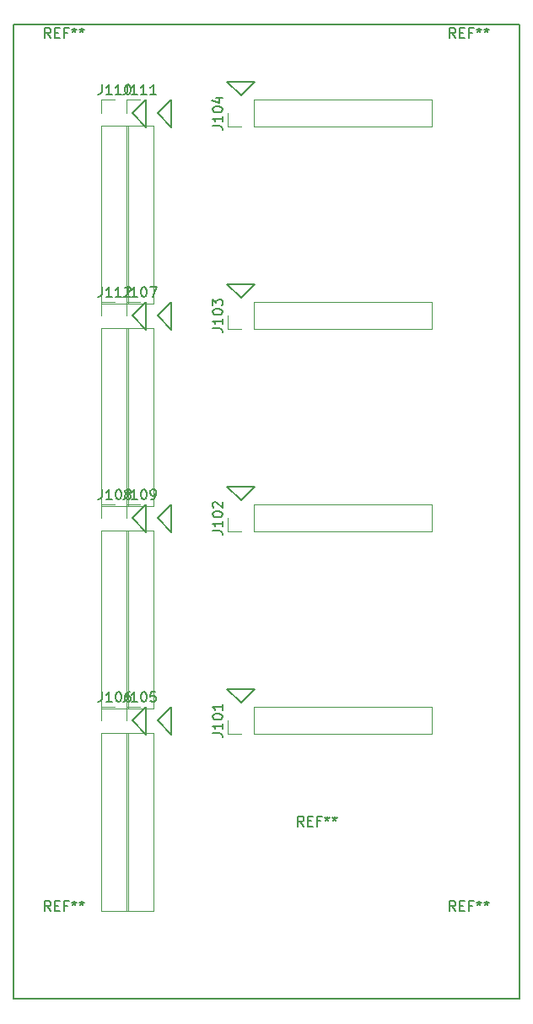
<source format=gbr>
%TF.GenerationSoftware,KiCad,Pcbnew,4.0.7-e2-6376~61~ubuntu18.04.1*%
%TF.CreationDate,2020-08-23T10:05:52+02:00*%
%TF.ProjectId,power,706F7765722E6B696361645F70636200,rev?*%
%TF.FileFunction,Legend,Top*%
%FSLAX46Y46*%
G04 Gerber Fmt 4.6, Leading zero omitted, Abs format (unit mm)*
G04 Created by KiCad (PCBNEW 4.0.7-e2-6376~61~ubuntu18.04.1) date Sun Aug 23 10:05:52 2020*
%MOMM*%
%LPD*%
G01*
G04 APERTURE LIST*
%ADD10C,0.100000*%
%ADD11C,0.150000*%
%ADD12C,0.120000*%
G04 APERTURE END LIST*
D10*
D11*
X82550000Y-20320000D02*
X31750000Y-20320000D01*
X82550000Y-118110000D02*
X82550000Y-20320000D01*
X31750000Y-118110000D02*
X82550000Y-118110000D01*
X31750000Y-20320000D02*
X31750000Y-118110000D01*
X54610000Y-88392000D02*
X56007000Y-86995000D01*
X56007000Y-86995000D02*
X53213000Y-86995000D01*
X54610000Y-88392000D02*
X53213000Y-86995000D01*
D12*
X73720000Y-91500000D02*
X73720000Y-88840000D01*
X55880000Y-91500000D02*
X73720000Y-91500000D01*
X55880000Y-88840000D02*
X73720000Y-88840000D01*
X55880000Y-91500000D02*
X55880000Y-88840000D01*
X54610000Y-91500000D02*
X53280000Y-91500000D01*
X53280000Y-91500000D02*
X53280000Y-90170000D01*
D11*
X54610000Y-68072000D02*
X56007000Y-66675000D01*
X56007000Y-66675000D02*
X53213000Y-66675000D01*
X54610000Y-68072000D02*
X53213000Y-66675000D01*
D12*
X73720000Y-71180000D02*
X73720000Y-68520000D01*
X55880000Y-71180000D02*
X73720000Y-71180000D01*
X55880000Y-68520000D02*
X73720000Y-68520000D01*
X55880000Y-71180000D02*
X55880000Y-68520000D01*
X54610000Y-71180000D02*
X53280000Y-71180000D01*
X53280000Y-71180000D02*
X53280000Y-69850000D01*
D11*
X54610000Y-47752000D02*
X56007000Y-46355000D01*
X56007000Y-46355000D02*
X53213000Y-46355000D01*
X54610000Y-47752000D02*
X53213000Y-46355000D01*
D12*
X73720000Y-50860000D02*
X73720000Y-48200000D01*
X55880000Y-50860000D02*
X73720000Y-50860000D01*
X55880000Y-48200000D02*
X73720000Y-48200000D01*
X55880000Y-50860000D02*
X55880000Y-48200000D01*
X54610000Y-50860000D02*
X53280000Y-50860000D01*
X53280000Y-50860000D02*
X53280000Y-49530000D01*
D11*
X54610000Y-27432000D02*
X56007000Y-26035000D01*
X56007000Y-26035000D02*
X53213000Y-26035000D01*
X54610000Y-27432000D02*
X53213000Y-26035000D01*
D12*
X73720000Y-30540000D02*
X73720000Y-27880000D01*
X55880000Y-30540000D02*
X73720000Y-30540000D01*
X55880000Y-27880000D02*
X73720000Y-27880000D01*
X55880000Y-30540000D02*
X55880000Y-27880000D01*
X54610000Y-30540000D02*
X53280000Y-30540000D01*
X53280000Y-30540000D02*
X53280000Y-29210000D01*
D11*
X46228000Y-90170000D02*
X47625000Y-91567000D01*
X47625000Y-91567000D02*
X47625000Y-88773000D01*
X46228000Y-90170000D02*
X47625000Y-88773000D01*
D12*
X43120000Y-109280000D02*
X45780000Y-109280000D01*
X43120000Y-91440000D02*
X43120000Y-109280000D01*
X45780000Y-91440000D02*
X45780000Y-109280000D01*
X43120000Y-91440000D02*
X45780000Y-91440000D01*
X43120000Y-90170000D02*
X43120000Y-88840000D01*
X43120000Y-88840000D02*
X44450000Y-88840000D01*
D11*
X43688000Y-90170000D02*
X45085000Y-91567000D01*
X45085000Y-91567000D02*
X45085000Y-88773000D01*
X43688000Y-90170000D02*
X45085000Y-88773000D01*
D12*
X40580000Y-109280000D02*
X43240000Y-109280000D01*
X40580000Y-91440000D02*
X40580000Y-109280000D01*
X43240000Y-91440000D02*
X43240000Y-109280000D01*
X40580000Y-91440000D02*
X43240000Y-91440000D01*
X40580000Y-90170000D02*
X40580000Y-88840000D01*
X40580000Y-88840000D02*
X41910000Y-88840000D01*
D11*
X46228000Y-49530000D02*
X47625000Y-50927000D01*
X47625000Y-50927000D02*
X47625000Y-48133000D01*
X46228000Y-49530000D02*
X47625000Y-48133000D01*
D12*
X43120000Y-68640000D02*
X45780000Y-68640000D01*
X43120000Y-50800000D02*
X43120000Y-68640000D01*
X45780000Y-50800000D02*
X45780000Y-68640000D01*
X43120000Y-50800000D02*
X45780000Y-50800000D01*
X43120000Y-49530000D02*
X43120000Y-48200000D01*
X43120000Y-48200000D02*
X44450000Y-48200000D01*
D11*
X43688000Y-69850000D02*
X45085000Y-71247000D01*
X45085000Y-71247000D02*
X45085000Y-68453000D01*
X43688000Y-69850000D02*
X45085000Y-68453000D01*
D12*
X40580000Y-88960000D02*
X43240000Y-88960000D01*
X40580000Y-71120000D02*
X40580000Y-88960000D01*
X43240000Y-71120000D02*
X43240000Y-88960000D01*
X40580000Y-71120000D02*
X43240000Y-71120000D01*
X40580000Y-69850000D02*
X40580000Y-68520000D01*
X40580000Y-68520000D02*
X41910000Y-68520000D01*
D11*
X46228000Y-69850000D02*
X47625000Y-71247000D01*
X47625000Y-71247000D02*
X47625000Y-68453000D01*
X46228000Y-69850000D02*
X47625000Y-68453000D01*
D12*
X43120000Y-88960000D02*
X45780000Y-88960000D01*
X43120000Y-71120000D02*
X43120000Y-88960000D01*
X45780000Y-71120000D02*
X45780000Y-88960000D01*
X43120000Y-71120000D02*
X45780000Y-71120000D01*
X43120000Y-69850000D02*
X43120000Y-68520000D01*
X43120000Y-68520000D02*
X44450000Y-68520000D01*
D11*
X43688000Y-29210000D02*
X45085000Y-30607000D01*
X45085000Y-30607000D02*
X45085000Y-27813000D01*
X43688000Y-29210000D02*
X45085000Y-27813000D01*
D12*
X40580000Y-48320000D02*
X43240000Y-48320000D01*
X40580000Y-30480000D02*
X40580000Y-48320000D01*
X43240000Y-30480000D02*
X43240000Y-48320000D01*
X40580000Y-30480000D02*
X43240000Y-30480000D01*
X40580000Y-29210000D02*
X40580000Y-27880000D01*
X40580000Y-27880000D02*
X41910000Y-27880000D01*
D11*
X46228000Y-29210000D02*
X47625000Y-30607000D01*
X47625000Y-30607000D02*
X47625000Y-27813000D01*
X46228000Y-29210000D02*
X47625000Y-27813000D01*
D12*
X43120000Y-48320000D02*
X45780000Y-48320000D01*
X43120000Y-30480000D02*
X43120000Y-48320000D01*
X45780000Y-30480000D02*
X45780000Y-48320000D01*
X43120000Y-30480000D02*
X45780000Y-30480000D01*
X43120000Y-29210000D02*
X43120000Y-27880000D01*
X43120000Y-27880000D02*
X44450000Y-27880000D01*
D11*
X43688000Y-49530000D02*
X45085000Y-50927000D01*
X45085000Y-50927000D02*
X45085000Y-48133000D01*
X43688000Y-49530000D02*
X45085000Y-48133000D01*
D12*
X40580000Y-68640000D02*
X43240000Y-68640000D01*
X40580000Y-50800000D02*
X40580000Y-68640000D01*
X43240000Y-50800000D02*
X43240000Y-68640000D01*
X40580000Y-50800000D02*
X43240000Y-50800000D01*
X40580000Y-49530000D02*
X40580000Y-48200000D01*
X40580000Y-48200000D02*
X41910000Y-48200000D01*
D11*
X51732381Y-91455714D02*
X52446667Y-91455714D01*
X52589524Y-91503334D01*
X52684762Y-91598572D01*
X52732381Y-91741429D01*
X52732381Y-91836667D01*
X52732381Y-90455714D02*
X52732381Y-91027143D01*
X52732381Y-90741429D02*
X51732381Y-90741429D01*
X51875238Y-90836667D01*
X51970476Y-90931905D01*
X52018095Y-91027143D01*
X51732381Y-89836667D02*
X51732381Y-89741428D01*
X51780000Y-89646190D01*
X51827619Y-89598571D01*
X51922857Y-89550952D01*
X52113333Y-89503333D01*
X52351429Y-89503333D01*
X52541905Y-89550952D01*
X52637143Y-89598571D01*
X52684762Y-89646190D01*
X52732381Y-89741428D01*
X52732381Y-89836667D01*
X52684762Y-89931905D01*
X52637143Y-89979524D01*
X52541905Y-90027143D01*
X52351429Y-90074762D01*
X52113333Y-90074762D01*
X51922857Y-90027143D01*
X51827619Y-89979524D01*
X51780000Y-89931905D01*
X51732381Y-89836667D01*
X52732381Y-88550952D02*
X52732381Y-89122381D01*
X52732381Y-88836667D02*
X51732381Y-88836667D01*
X51875238Y-88931905D01*
X51970476Y-89027143D01*
X52018095Y-89122381D01*
X51732381Y-71135714D02*
X52446667Y-71135714D01*
X52589524Y-71183334D01*
X52684762Y-71278572D01*
X52732381Y-71421429D01*
X52732381Y-71516667D01*
X52732381Y-70135714D02*
X52732381Y-70707143D01*
X52732381Y-70421429D02*
X51732381Y-70421429D01*
X51875238Y-70516667D01*
X51970476Y-70611905D01*
X52018095Y-70707143D01*
X51732381Y-69516667D02*
X51732381Y-69421428D01*
X51780000Y-69326190D01*
X51827619Y-69278571D01*
X51922857Y-69230952D01*
X52113333Y-69183333D01*
X52351429Y-69183333D01*
X52541905Y-69230952D01*
X52637143Y-69278571D01*
X52684762Y-69326190D01*
X52732381Y-69421428D01*
X52732381Y-69516667D01*
X52684762Y-69611905D01*
X52637143Y-69659524D01*
X52541905Y-69707143D01*
X52351429Y-69754762D01*
X52113333Y-69754762D01*
X51922857Y-69707143D01*
X51827619Y-69659524D01*
X51780000Y-69611905D01*
X51732381Y-69516667D01*
X51827619Y-68802381D02*
X51780000Y-68754762D01*
X51732381Y-68659524D01*
X51732381Y-68421428D01*
X51780000Y-68326190D01*
X51827619Y-68278571D01*
X51922857Y-68230952D01*
X52018095Y-68230952D01*
X52160952Y-68278571D01*
X52732381Y-68850000D01*
X52732381Y-68230952D01*
X51732381Y-50815714D02*
X52446667Y-50815714D01*
X52589524Y-50863334D01*
X52684762Y-50958572D01*
X52732381Y-51101429D01*
X52732381Y-51196667D01*
X52732381Y-49815714D02*
X52732381Y-50387143D01*
X52732381Y-50101429D02*
X51732381Y-50101429D01*
X51875238Y-50196667D01*
X51970476Y-50291905D01*
X52018095Y-50387143D01*
X51732381Y-49196667D02*
X51732381Y-49101428D01*
X51780000Y-49006190D01*
X51827619Y-48958571D01*
X51922857Y-48910952D01*
X52113333Y-48863333D01*
X52351429Y-48863333D01*
X52541905Y-48910952D01*
X52637143Y-48958571D01*
X52684762Y-49006190D01*
X52732381Y-49101428D01*
X52732381Y-49196667D01*
X52684762Y-49291905D01*
X52637143Y-49339524D01*
X52541905Y-49387143D01*
X52351429Y-49434762D01*
X52113333Y-49434762D01*
X51922857Y-49387143D01*
X51827619Y-49339524D01*
X51780000Y-49291905D01*
X51732381Y-49196667D01*
X51732381Y-48530000D02*
X51732381Y-47910952D01*
X52113333Y-48244286D01*
X52113333Y-48101428D01*
X52160952Y-48006190D01*
X52208571Y-47958571D01*
X52303810Y-47910952D01*
X52541905Y-47910952D01*
X52637143Y-47958571D01*
X52684762Y-48006190D01*
X52732381Y-48101428D01*
X52732381Y-48387143D01*
X52684762Y-48482381D01*
X52637143Y-48530000D01*
X51732381Y-30495714D02*
X52446667Y-30495714D01*
X52589524Y-30543334D01*
X52684762Y-30638572D01*
X52732381Y-30781429D01*
X52732381Y-30876667D01*
X52732381Y-29495714D02*
X52732381Y-30067143D01*
X52732381Y-29781429D02*
X51732381Y-29781429D01*
X51875238Y-29876667D01*
X51970476Y-29971905D01*
X52018095Y-30067143D01*
X51732381Y-28876667D02*
X51732381Y-28781428D01*
X51780000Y-28686190D01*
X51827619Y-28638571D01*
X51922857Y-28590952D01*
X52113333Y-28543333D01*
X52351429Y-28543333D01*
X52541905Y-28590952D01*
X52637143Y-28638571D01*
X52684762Y-28686190D01*
X52732381Y-28781428D01*
X52732381Y-28876667D01*
X52684762Y-28971905D01*
X52637143Y-29019524D01*
X52541905Y-29067143D01*
X52351429Y-29114762D01*
X52113333Y-29114762D01*
X51922857Y-29067143D01*
X51827619Y-29019524D01*
X51780000Y-28971905D01*
X51732381Y-28876667D01*
X52065714Y-27686190D02*
X52732381Y-27686190D01*
X51684762Y-27924286D02*
X52399048Y-28162381D01*
X52399048Y-27543333D01*
X43164286Y-87292381D02*
X43164286Y-88006667D01*
X43116666Y-88149524D01*
X43021428Y-88244762D01*
X42878571Y-88292381D01*
X42783333Y-88292381D01*
X44164286Y-88292381D02*
X43592857Y-88292381D01*
X43878571Y-88292381D02*
X43878571Y-87292381D01*
X43783333Y-87435238D01*
X43688095Y-87530476D01*
X43592857Y-87578095D01*
X44783333Y-87292381D02*
X44878572Y-87292381D01*
X44973810Y-87340000D01*
X45021429Y-87387619D01*
X45069048Y-87482857D01*
X45116667Y-87673333D01*
X45116667Y-87911429D01*
X45069048Y-88101905D01*
X45021429Y-88197143D01*
X44973810Y-88244762D01*
X44878572Y-88292381D01*
X44783333Y-88292381D01*
X44688095Y-88244762D01*
X44640476Y-88197143D01*
X44592857Y-88101905D01*
X44545238Y-87911429D01*
X44545238Y-87673333D01*
X44592857Y-87482857D01*
X44640476Y-87387619D01*
X44688095Y-87340000D01*
X44783333Y-87292381D01*
X46021429Y-87292381D02*
X45545238Y-87292381D01*
X45497619Y-87768571D01*
X45545238Y-87720952D01*
X45640476Y-87673333D01*
X45878572Y-87673333D01*
X45973810Y-87720952D01*
X46021429Y-87768571D01*
X46069048Y-87863810D01*
X46069048Y-88101905D01*
X46021429Y-88197143D01*
X45973810Y-88244762D01*
X45878572Y-88292381D01*
X45640476Y-88292381D01*
X45545238Y-88244762D01*
X45497619Y-88197143D01*
X40624286Y-87292381D02*
X40624286Y-88006667D01*
X40576666Y-88149524D01*
X40481428Y-88244762D01*
X40338571Y-88292381D01*
X40243333Y-88292381D01*
X41624286Y-88292381D02*
X41052857Y-88292381D01*
X41338571Y-88292381D02*
X41338571Y-87292381D01*
X41243333Y-87435238D01*
X41148095Y-87530476D01*
X41052857Y-87578095D01*
X42243333Y-87292381D02*
X42338572Y-87292381D01*
X42433810Y-87340000D01*
X42481429Y-87387619D01*
X42529048Y-87482857D01*
X42576667Y-87673333D01*
X42576667Y-87911429D01*
X42529048Y-88101905D01*
X42481429Y-88197143D01*
X42433810Y-88244762D01*
X42338572Y-88292381D01*
X42243333Y-88292381D01*
X42148095Y-88244762D01*
X42100476Y-88197143D01*
X42052857Y-88101905D01*
X42005238Y-87911429D01*
X42005238Y-87673333D01*
X42052857Y-87482857D01*
X42100476Y-87387619D01*
X42148095Y-87340000D01*
X42243333Y-87292381D01*
X43433810Y-87292381D02*
X43243333Y-87292381D01*
X43148095Y-87340000D01*
X43100476Y-87387619D01*
X43005238Y-87530476D01*
X42957619Y-87720952D01*
X42957619Y-88101905D01*
X43005238Y-88197143D01*
X43052857Y-88244762D01*
X43148095Y-88292381D01*
X43338572Y-88292381D01*
X43433810Y-88244762D01*
X43481429Y-88197143D01*
X43529048Y-88101905D01*
X43529048Y-87863810D01*
X43481429Y-87768571D01*
X43433810Y-87720952D01*
X43338572Y-87673333D01*
X43148095Y-87673333D01*
X43052857Y-87720952D01*
X43005238Y-87768571D01*
X42957619Y-87863810D01*
X43164286Y-46652381D02*
X43164286Y-47366667D01*
X43116666Y-47509524D01*
X43021428Y-47604762D01*
X42878571Y-47652381D01*
X42783333Y-47652381D01*
X44164286Y-47652381D02*
X43592857Y-47652381D01*
X43878571Y-47652381D02*
X43878571Y-46652381D01*
X43783333Y-46795238D01*
X43688095Y-46890476D01*
X43592857Y-46938095D01*
X44783333Y-46652381D02*
X44878572Y-46652381D01*
X44973810Y-46700000D01*
X45021429Y-46747619D01*
X45069048Y-46842857D01*
X45116667Y-47033333D01*
X45116667Y-47271429D01*
X45069048Y-47461905D01*
X45021429Y-47557143D01*
X44973810Y-47604762D01*
X44878572Y-47652381D01*
X44783333Y-47652381D01*
X44688095Y-47604762D01*
X44640476Y-47557143D01*
X44592857Y-47461905D01*
X44545238Y-47271429D01*
X44545238Y-47033333D01*
X44592857Y-46842857D01*
X44640476Y-46747619D01*
X44688095Y-46700000D01*
X44783333Y-46652381D01*
X45450000Y-46652381D02*
X46116667Y-46652381D01*
X45688095Y-47652381D01*
X40624286Y-66972381D02*
X40624286Y-67686667D01*
X40576666Y-67829524D01*
X40481428Y-67924762D01*
X40338571Y-67972381D01*
X40243333Y-67972381D01*
X41624286Y-67972381D02*
X41052857Y-67972381D01*
X41338571Y-67972381D02*
X41338571Y-66972381D01*
X41243333Y-67115238D01*
X41148095Y-67210476D01*
X41052857Y-67258095D01*
X42243333Y-66972381D02*
X42338572Y-66972381D01*
X42433810Y-67020000D01*
X42481429Y-67067619D01*
X42529048Y-67162857D01*
X42576667Y-67353333D01*
X42576667Y-67591429D01*
X42529048Y-67781905D01*
X42481429Y-67877143D01*
X42433810Y-67924762D01*
X42338572Y-67972381D01*
X42243333Y-67972381D01*
X42148095Y-67924762D01*
X42100476Y-67877143D01*
X42052857Y-67781905D01*
X42005238Y-67591429D01*
X42005238Y-67353333D01*
X42052857Y-67162857D01*
X42100476Y-67067619D01*
X42148095Y-67020000D01*
X42243333Y-66972381D01*
X43148095Y-67400952D02*
X43052857Y-67353333D01*
X43005238Y-67305714D01*
X42957619Y-67210476D01*
X42957619Y-67162857D01*
X43005238Y-67067619D01*
X43052857Y-67020000D01*
X43148095Y-66972381D01*
X43338572Y-66972381D01*
X43433810Y-67020000D01*
X43481429Y-67067619D01*
X43529048Y-67162857D01*
X43529048Y-67210476D01*
X43481429Y-67305714D01*
X43433810Y-67353333D01*
X43338572Y-67400952D01*
X43148095Y-67400952D01*
X43052857Y-67448571D01*
X43005238Y-67496190D01*
X42957619Y-67591429D01*
X42957619Y-67781905D01*
X43005238Y-67877143D01*
X43052857Y-67924762D01*
X43148095Y-67972381D01*
X43338572Y-67972381D01*
X43433810Y-67924762D01*
X43481429Y-67877143D01*
X43529048Y-67781905D01*
X43529048Y-67591429D01*
X43481429Y-67496190D01*
X43433810Y-67448571D01*
X43338572Y-67400952D01*
X43164286Y-66972381D02*
X43164286Y-67686667D01*
X43116666Y-67829524D01*
X43021428Y-67924762D01*
X42878571Y-67972381D01*
X42783333Y-67972381D01*
X44164286Y-67972381D02*
X43592857Y-67972381D01*
X43878571Y-67972381D02*
X43878571Y-66972381D01*
X43783333Y-67115238D01*
X43688095Y-67210476D01*
X43592857Y-67258095D01*
X44783333Y-66972381D02*
X44878572Y-66972381D01*
X44973810Y-67020000D01*
X45021429Y-67067619D01*
X45069048Y-67162857D01*
X45116667Y-67353333D01*
X45116667Y-67591429D01*
X45069048Y-67781905D01*
X45021429Y-67877143D01*
X44973810Y-67924762D01*
X44878572Y-67972381D01*
X44783333Y-67972381D01*
X44688095Y-67924762D01*
X44640476Y-67877143D01*
X44592857Y-67781905D01*
X44545238Y-67591429D01*
X44545238Y-67353333D01*
X44592857Y-67162857D01*
X44640476Y-67067619D01*
X44688095Y-67020000D01*
X44783333Y-66972381D01*
X45592857Y-67972381D02*
X45783333Y-67972381D01*
X45878572Y-67924762D01*
X45926191Y-67877143D01*
X46021429Y-67734286D01*
X46069048Y-67543810D01*
X46069048Y-67162857D01*
X46021429Y-67067619D01*
X45973810Y-67020000D01*
X45878572Y-66972381D01*
X45688095Y-66972381D01*
X45592857Y-67020000D01*
X45545238Y-67067619D01*
X45497619Y-67162857D01*
X45497619Y-67400952D01*
X45545238Y-67496190D01*
X45592857Y-67543810D01*
X45688095Y-67591429D01*
X45878572Y-67591429D01*
X45973810Y-67543810D01*
X46021429Y-67496190D01*
X46069048Y-67400952D01*
X40624286Y-26332381D02*
X40624286Y-27046667D01*
X40576666Y-27189524D01*
X40481428Y-27284762D01*
X40338571Y-27332381D01*
X40243333Y-27332381D01*
X41624286Y-27332381D02*
X41052857Y-27332381D01*
X41338571Y-27332381D02*
X41338571Y-26332381D01*
X41243333Y-26475238D01*
X41148095Y-26570476D01*
X41052857Y-26618095D01*
X42576667Y-27332381D02*
X42005238Y-27332381D01*
X42290952Y-27332381D02*
X42290952Y-26332381D01*
X42195714Y-26475238D01*
X42100476Y-26570476D01*
X42005238Y-26618095D01*
X43195714Y-26332381D02*
X43290953Y-26332381D01*
X43386191Y-26380000D01*
X43433810Y-26427619D01*
X43481429Y-26522857D01*
X43529048Y-26713333D01*
X43529048Y-26951429D01*
X43481429Y-27141905D01*
X43433810Y-27237143D01*
X43386191Y-27284762D01*
X43290953Y-27332381D01*
X43195714Y-27332381D01*
X43100476Y-27284762D01*
X43052857Y-27237143D01*
X43005238Y-27141905D01*
X42957619Y-26951429D01*
X42957619Y-26713333D01*
X43005238Y-26522857D01*
X43052857Y-26427619D01*
X43100476Y-26380000D01*
X43195714Y-26332381D01*
X43164286Y-26332381D02*
X43164286Y-27046667D01*
X43116666Y-27189524D01*
X43021428Y-27284762D01*
X42878571Y-27332381D01*
X42783333Y-27332381D01*
X44164286Y-27332381D02*
X43592857Y-27332381D01*
X43878571Y-27332381D02*
X43878571Y-26332381D01*
X43783333Y-26475238D01*
X43688095Y-26570476D01*
X43592857Y-26618095D01*
X45116667Y-27332381D02*
X44545238Y-27332381D01*
X44830952Y-27332381D02*
X44830952Y-26332381D01*
X44735714Y-26475238D01*
X44640476Y-26570476D01*
X44545238Y-26618095D01*
X46069048Y-27332381D02*
X45497619Y-27332381D01*
X45783333Y-27332381D02*
X45783333Y-26332381D01*
X45688095Y-26475238D01*
X45592857Y-26570476D01*
X45497619Y-26618095D01*
X40624286Y-46652381D02*
X40624286Y-47366667D01*
X40576666Y-47509524D01*
X40481428Y-47604762D01*
X40338571Y-47652381D01*
X40243333Y-47652381D01*
X41624286Y-47652381D02*
X41052857Y-47652381D01*
X41338571Y-47652381D02*
X41338571Y-46652381D01*
X41243333Y-46795238D01*
X41148095Y-46890476D01*
X41052857Y-46938095D01*
X42576667Y-47652381D02*
X42005238Y-47652381D01*
X42290952Y-47652381D02*
X42290952Y-46652381D01*
X42195714Y-46795238D01*
X42100476Y-46890476D01*
X42005238Y-46938095D01*
X42957619Y-46747619D02*
X43005238Y-46700000D01*
X43100476Y-46652381D01*
X43338572Y-46652381D01*
X43433810Y-46700000D01*
X43481429Y-46747619D01*
X43529048Y-46842857D01*
X43529048Y-46938095D01*
X43481429Y-47080952D01*
X42910000Y-47652381D01*
X43529048Y-47652381D01*
X60896667Y-100782381D02*
X60563333Y-100306190D01*
X60325238Y-100782381D02*
X60325238Y-99782381D01*
X60706191Y-99782381D01*
X60801429Y-99830000D01*
X60849048Y-99877619D01*
X60896667Y-99972857D01*
X60896667Y-100115714D01*
X60849048Y-100210952D01*
X60801429Y-100258571D01*
X60706191Y-100306190D01*
X60325238Y-100306190D01*
X61325238Y-100258571D02*
X61658572Y-100258571D01*
X61801429Y-100782381D02*
X61325238Y-100782381D01*
X61325238Y-99782381D01*
X61801429Y-99782381D01*
X62563334Y-100258571D02*
X62230000Y-100258571D01*
X62230000Y-100782381D02*
X62230000Y-99782381D01*
X62706191Y-99782381D01*
X63230000Y-99782381D02*
X63230000Y-100020476D01*
X62991905Y-99925238D02*
X63230000Y-100020476D01*
X63468096Y-99925238D01*
X63087143Y-100210952D02*
X63230000Y-100020476D01*
X63372858Y-100210952D01*
X63991905Y-99782381D02*
X63991905Y-100020476D01*
X63753810Y-99925238D02*
X63991905Y-100020476D01*
X64230001Y-99925238D01*
X63849048Y-100210952D02*
X63991905Y-100020476D01*
X64134763Y-100210952D01*
X35496667Y-21652381D02*
X35163333Y-21176190D01*
X34925238Y-21652381D02*
X34925238Y-20652381D01*
X35306191Y-20652381D01*
X35401429Y-20700000D01*
X35449048Y-20747619D01*
X35496667Y-20842857D01*
X35496667Y-20985714D01*
X35449048Y-21080952D01*
X35401429Y-21128571D01*
X35306191Y-21176190D01*
X34925238Y-21176190D01*
X35925238Y-21128571D02*
X36258572Y-21128571D01*
X36401429Y-21652381D02*
X35925238Y-21652381D01*
X35925238Y-20652381D01*
X36401429Y-20652381D01*
X37163334Y-21128571D02*
X36830000Y-21128571D01*
X36830000Y-21652381D02*
X36830000Y-20652381D01*
X37306191Y-20652381D01*
X37830000Y-20652381D02*
X37830000Y-20890476D01*
X37591905Y-20795238D02*
X37830000Y-20890476D01*
X38068096Y-20795238D01*
X37687143Y-21080952D02*
X37830000Y-20890476D01*
X37972858Y-21080952D01*
X38591905Y-20652381D02*
X38591905Y-20890476D01*
X38353810Y-20795238D02*
X38591905Y-20890476D01*
X38830001Y-20795238D01*
X38449048Y-21080952D02*
X38591905Y-20890476D01*
X38734763Y-21080952D01*
X76136667Y-21652381D02*
X75803333Y-21176190D01*
X75565238Y-21652381D02*
X75565238Y-20652381D01*
X75946191Y-20652381D01*
X76041429Y-20700000D01*
X76089048Y-20747619D01*
X76136667Y-20842857D01*
X76136667Y-20985714D01*
X76089048Y-21080952D01*
X76041429Y-21128571D01*
X75946191Y-21176190D01*
X75565238Y-21176190D01*
X76565238Y-21128571D02*
X76898572Y-21128571D01*
X77041429Y-21652381D02*
X76565238Y-21652381D01*
X76565238Y-20652381D01*
X77041429Y-20652381D01*
X77803334Y-21128571D02*
X77470000Y-21128571D01*
X77470000Y-21652381D02*
X77470000Y-20652381D01*
X77946191Y-20652381D01*
X78470000Y-20652381D02*
X78470000Y-20890476D01*
X78231905Y-20795238D02*
X78470000Y-20890476D01*
X78708096Y-20795238D01*
X78327143Y-21080952D02*
X78470000Y-20890476D01*
X78612858Y-21080952D01*
X79231905Y-20652381D02*
X79231905Y-20890476D01*
X78993810Y-20795238D02*
X79231905Y-20890476D01*
X79470001Y-20795238D01*
X79089048Y-21080952D02*
X79231905Y-20890476D01*
X79374763Y-21080952D01*
X35496667Y-109282381D02*
X35163333Y-108806190D01*
X34925238Y-109282381D02*
X34925238Y-108282381D01*
X35306191Y-108282381D01*
X35401429Y-108330000D01*
X35449048Y-108377619D01*
X35496667Y-108472857D01*
X35496667Y-108615714D01*
X35449048Y-108710952D01*
X35401429Y-108758571D01*
X35306191Y-108806190D01*
X34925238Y-108806190D01*
X35925238Y-108758571D02*
X36258572Y-108758571D01*
X36401429Y-109282381D02*
X35925238Y-109282381D01*
X35925238Y-108282381D01*
X36401429Y-108282381D01*
X37163334Y-108758571D02*
X36830000Y-108758571D01*
X36830000Y-109282381D02*
X36830000Y-108282381D01*
X37306191Y-108282381D01*
X37830000Y-108282381D02*
X37830000Y-108520476D01*
X37591905Y-108425238D02*
X37830000Y-108520476D01*
X38068096Y-108425238D01*
X37687143Y-108710952D02*
X37830000Y-108520476D01*
X37972858Y-108710952D01*
X38591905Y-108282381D02*
X38591905Y-108520476D01*
X38353810Y-108425238D02*
X38591905Y-108520476D01*
X38830001Y-108425238D01*
X38449048Y-108710952D02*
X38591905Y-108520476D01*
X38734763Y-108710952D01*
X76136667Y-109282381D02*
X75803333Y-108806190D01*
X75565238Y-109282381D02*
X75565238Y-108282381D01*
X75946191Y-108282381D01*
X76041429Y-108330000D01*
X76089048Y-108377619D01*
X76136667Y-108472857D01*
X76136667Y-108615714D01*
X76089048Y-108710952D01*
X76041429Y-108758571D01*
X75946191Y-108806190D01*
X75565238Y-108806190D01*
X76565238Y-108758571D02*
X76898572Y-108758571D01*
X77041429Y-109282381D02*
X76565238Y-109282381D01*
X76565238Y-108282381D01*
X77041429Y-108282381D01*
X77803334Y-108758571D02*
X77470000Y-108758571D01*
X77470000Y-109282381D02*
X77470000Y-108282381D01*
X77946191Y-108282381D01*
X78470000Y-108282381D02*
X78470000Y-108520476D01*
X78231905Y-108425238D02*
X78470000Y-108520476D01*
X78708096Y-108425238D01*
X78327143Y-108710952D02*
X78470000Y-108520476D01*
X78612858Y-108710952D01*
X79231905Y-108282381D02*
X79231905Y-108520476D01*
X78993810Y-108425238D02*
X79231905Y-108520476D01*
X79470001Y-108425238D01*
X79089048Y-108710952D02*
X79231905Y-108520476D01*
X79374763Y-108710952D01*
M02*

</source>
